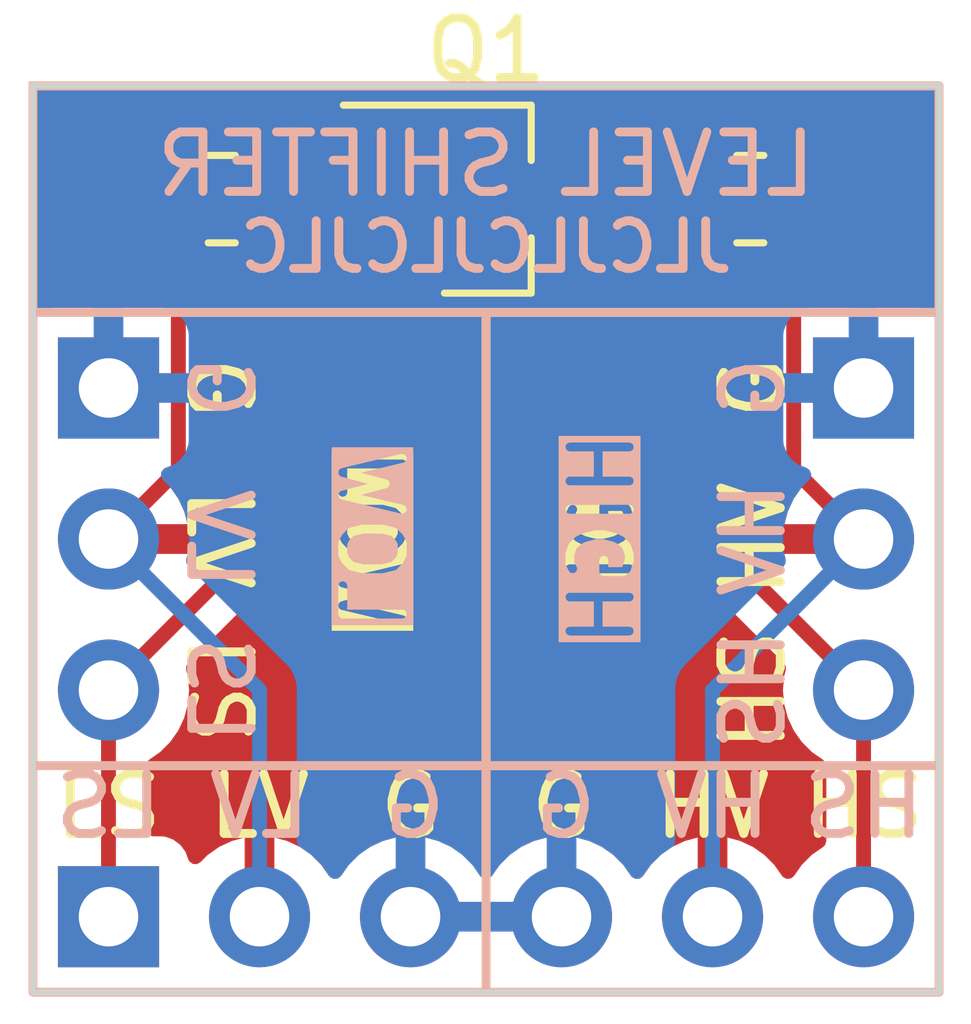
<source format=kicad_pcb>
(kicad_pcb (version 20221018) (generator pcbnew)
  (layers (0 "F.Cu" signal) (31 "B.Cu" signal) (34 "B.Paste" user) (35 "F.Paste" user) (36 "B.SilkS" user "B.Silkscreen") (37 "F.SilkS" user "F.Silkscreen") (38 "B.Mask" user) (39 "F.Mask" user) (44 "Edge.Cuts" user))
  (net 0 "")
  (net 1 "LV")
  (net 2 "LS")
  (net 3 "HS")
  (net 4 "HV")
  (net 5 "G")
  (footprint "Resistor_SMD:R_0805_2012Metric_Pad1.20x1.40mm_HandSolder" (layer "F.Cu") (at 104.775 65.405)
    (fp_text reference "R1" hide)
    (fp_text value "10K" hide)
    (fp_line (start -0.227064 -0.735) (end 0.227064 -0.735) (stroke (width 0.12)) (layer "F.SilkS"))
    (fp_line (start -0.227064 0.735) (end 0.227064 0.735) (stroke (width 0.12)) (layer "F.SilkS"))
    (pad "1" smd roundrect (at -1 0) (size 1.2 1.4) (layers "F.Cu" "F.Paste" "F.Mask") (roundrect_rratio 0.208333) (net 1 "LV"))
    (pad "2" smd roundrect (at 1 0) (size 1.2 1.4) (layers "F.Cu" "F.Paste" "F.Mask") (roundrect_rratio 0.208333) (net 2 "LS"))
  )
  (footprint "Custom:PinHeader_1x06_P2.54mm_Vertical_no_silk" (layer "F.Cu") (at 102.87 77.47 90)
    (fp_text reference "J4" hide)
    (fp_text value "Conn_01x06" hide)
    (pad "1" thru_hole rect (at 0 0 90) (size 1.7 1.7) (drill 1) (layers "*.Cu" "*.Mask") (net 2 "LS"))
    (pad "2" thru_hole oval (at 0 2.54 90) (size 1.7 1.7) (drill 1) (layers "*.Cu" "*.Mask") (net 1 "LV"))
    (pad "3" thru_hole oval (at 0 5.08 90) (size 1.7 1.7) (drill 1) (layers "*.Cu" "*.Mask") (net 5 "G"))
    (pad "4" thru_hole oval (at 0 7.62 90) (size 1.7 1.7) (drill 1) (layers "*.Cu" "*.Mask") (net 5 "G"))
    (pad "5" thru_hole oval (at 0 10.16 90) (size 1.7 1.7) (drill 1) (layers "*.Cu" "*.Mask") (net 4 "HV"))
    (pad "6" thru_hole oval (at 0 12.7 90) (size 1.7 1.7) (drill 1) (layers "*.Cu" "*.Mask") (net 3 "HS"))
  )
  (footprint "Package_TO_SOT_SMD:SOT-23_Handsoldering" (layer "F.Cu") (at 109.22 65.405)
    (fp_text reference "Q1" (at 0 -2.5) (layer "F.SilkS"))
    (fp_text value "BSS138")
    (fp_line (start 0.76 -1.58) (end -2.4 -1.58) (stroke (width 0.12)) (layer "F.SilkS"))
    (fp_line (start 0.76 -1.58) (end 0.76 -0.65) (stroke (width 0.12)) (layer "F.SilkS"))
    (fp_line (start 0.76 1.58) (end -0.7 1.58) (stroke (width 0.12)) (layer "F.SilkS"))
    (fp_line (start 0.76 1.58) (end 0.76 0.65) (stroke (width 0.12)) (layer "F.SilkS"))
    (pad "1" smd rect (at -1.5 -0.95) (size 1.9 0.8) (layers "F.Cu" "F.Paste" "F.Mask") (net 1 "LV"))
    (pad "2" smd rect (at -1.5 0.95) (size 1.9 0.8) (layers "F.Cu" "F.Paste" "F.Mask") (net 2 "LS"))
    (pad "3" smd rect (at 1.5 0) (size 1.9 0.8) (layers "F.Cu" "F.Paste" "F.Mask") (net 3 "HS"))
  )
  (footprint "Resistor_SMD:R_0805_2012Metric_Pad1.20x1.40mm_HandSolder" (layer "F.Cu") (at 113.665 65.405 180)
    (fp_text reference "R2" hide)
    (fp_text value "10K" hide)
    (fp_line (start -0.227064 -0.735) (end 0.227064 -0.735) (stroke (width 0.12)) (layer "F.SilkS"))
    (fp_line (start -0.227064 0.735) (end 0.227064 0.735) (stroke (width 0.12)) (layer "F.SilkS"))
    (pad "1" smd roundrect (at -1 0 180) (size 1.2 1.4) (layers "F.Cu" "F.Paste" "F.Mask") (roundrect_rratio 0.208333) (net 4 "HV"))
    (pad "2" smd roundrect (at 1 0 180) (size 1.2 1.4) (layers "F.Cu" "F.Paste" "F.Mask") (roundrect_rratio 0.208333) (net 3 "HS"))
  )
  (footprint "Custom:PinHeader_1x03_P2.54mm_Vertical_no_silk" (layer "F.Cu") (at 115.57 68.58)
    (fp_text reference "J2" hide)
    (fp_text value "Conn_01x03" hide)
    (pad "1" thru_hole rect (at 0 0) (size 1.7 1.7) (drill 1) (layers "*.Cu" "*.Mask") (net 5 "G"))
    (pad "2" thru_hole oval (at 0 2.54) (size 1.7 1.7) (drill 1) (layers "*.Cu" "*.Mask") (net 4 "HV"))
    (pad "3" thru_hole oval (at 0 5.08) (size 1.7 1.7) (drill 1) (layers "*.Cu" "*.Mask") (net 3 "HS"))
  )
  (footprint "Custom:PinHeader_1x03_P2.54mm_Vertical_no_silk" (layer "F.Cu") (at 102.87 68.58)
    (fp_text reference "J1" hide)
    (fp_text value "Conn_01x03" hide)
    (pad "1" thru_hole rect (at 0 0) (size 1.7 1.7) (drill 1) (layers "*.Cu" "*.Mask") (net 5 "G"))
    (pad "2" thru_hole oval (at 0 2.54) (size 1.7 1.7) (drill 1) (layers "*.Cu" "*.Mask") (net 1 "LV"))
    (pad "3" thru_hole oval (at 0 5.08) (size 1.7 1.7) (drill 1) (layers "*.Cu" "*.Mask") (net 2 "LS"))
  )
  (gr_line (start 101.6 74.93) (end 116.84 74.93) (stroke (width 0.15)) (layer "B.SilkS"))
  (gr_line (start 101.6 67.31) (end 116.84 67.31) (stroke (width 0.15)) (layer "B.SilkS"))
  (gr_rect (start 101.6 63.5) (end 116.84 78.74) (stroke (width 0.15)) (fill none) (layer "B.SilkS"))
  (gr_line (start 109.22 67.31) (end 109.22 78.74) (stroke (width 0.15)) (layer "B.SilkS"))
  (gr_line (start 109.22 67.31) (end 109.22 78.74) (stroke (width 0.15)) (layer "F.SilkS"))
  (gr_rect (start 101.6 63.5) (end 116.84 78.74) (stroke (width 0.15)) (fill none) (layer "F.SilkS"))
  (gr_line (start 101.6 74.93) (end 116.84 74.93) (stroke (width 0.15)) (layer "F.SilkS"))
  (gr_line (start 101.6 67.31) (end 116.84 67.31) (stroke (width 0.15)) (layer "F.SilkS"))
  (gr_rect (start 101.6 63.5) (end 116.84 78.74) (stroke (width 0.1)) (fill none) (layer "Edge.Cuts"))
  (gr_text "G" (at 104.14 68.58 270) (layer "B.SilkS") (effects (font (size 1 1)) (justify bottom mirror)))
  (gr_text "G" (at 114.3 68.58 90) (layer "B.SilkS") (effects (font (size 1 1)) (justify bottom mirror)))
  (gr_text "HV" (at 114.3 71.12 90) (layer "B.SilkS") (effects (font (size 1 1)) (justify bottom mirror)))
  (gr_text "LV" (at 105.41 76.2) (layer "B.SilkS") (effects (font (size 1 1)) (justify bottom mirror)))
  (gr_text "LV" (at 104.14 71.12 -90) (layer "B.SilkS") (effects (font (size 1 1)) (justify bottom mirror)))
  (gr_text "LS" (at 104.14 73.66 -90) (layer "B.SilkS") (effects (font (size 1 1)) (justify bottom mirror)))
  (gr_text "HV" (at 113.03 76.2) (layer "B.SilkS") (effects (font (size 1 1)) (justify bottom mirror)))
  (gr_text "LOW" (at 106.68 71.12 -90) (layer "B.SilkS" knockout) (effects (font (size 1 1)) (justify bottom mirror)))
  (gr_text "JLCJLCJLCJLC" (at 109.22 66.675) (layer "B.SilkS") (effects (font (size 0.8 0.8)) (justify bottom mirror)))
  (gr_text "LEVEL SHIFTER" (at 109.22 65.405) (layer "B.SilkS") (effects (font (size 1 1)) (justify bottom mirror)))
  (gr_text "HS" (at 115.57 76.2) (layer "B.SilkS") (effects (font (size 1 1)) (justify bottom mirror)))
  (gr_text "LS" (at 102.87 76.2) (layer "B.SilkS") (effects (font (size 1 1)) (justify bottom mirror)))
  (gr_text "G" (at 110.561428 76.2) (layer "B.SilkS") (effects (font (size 1 1)) (justify bottom mirror)))
  (gr_text "G" (at 108.021428 76.2) (layer "B.SilkS") (effects (font (size 1 1)) (justify bottom mirror)))
  (gr_text "HS" (at 114.3 73.66 90) (layer "B.SilkS") (effects (font (size 1 1)) (justify bottom mirror)))
  (gr_text "HIGH" (at 111.76 71.12 90) (layer "B.SilkS" knockout) (effects (font (size 1 1)) (justify bottom mirror)))
  (gr_text "G" (at 110.49 76.2) (layer "F.SilkS") (effects (font (size 1 1)) (justify bottom)))
  (gr_text "HS" (at 114.3 73.66 90) (layer "F.SilkS") (effects (font (size 1 1)) (justify bottom)))
  (gr_text "HS" (at 115.57 76.2) (layer "F.SilkS") (effects (font (size 1 1)) (justify bottom)))
  (gr_text "LOW" (at 106.68 71.12 -90) (layer "F.SilkS" knockout) (effects (font (size 1 1)) (justify bottom)))
  (gr_text "G" (at 107.95 76.2) (layer "F.SilkS") (effects (font (size 1 1)) (justify bottom)))
  (gr_text "G" (at 114.3 68.58 90) (layer "F.SilkS") (effects (font (size 1 1)) (justify bottom)))
  (gr_text "HV" (at 113.03 76.2) (layer "F.SilkS") (effects (font (size 1 1)) (justify bottom)))
  (gr_text "LV" (at 105.41 76.2) (layer "F.SilkS") (effects (font (size 1 1)) (justify bottom)))
  (gr_text "HV" (at 114.3 71.12 90) (layer "F.SilkS") (effects (font (size 1 1)) (justify bottom)))
  (gr_text "LV" (at 104.14 71.12 270) (layer "F.SilkS") (effects (font (size 1 1)) (justify bottom)))
  (gr_text "HIGH" (at 111.76 71.12 90) (layer "F.SilkS" knockout) (effects (font (size 1 1)) (justify bottom)))
  (gr_text "LS" (at 104.14 73.66 270) (layer "F.SilkS") (effects (font (size 1 1)) (justify bottom)))
  (gr_text "LS" (at 102.87 76.2) (layer "F.SilkS") (effects (font (size 1 1)) (justify bottom)))
  (gr_text "G" (at 104.14 68.58 270) (layer "F.SilkS") (effects (font (size 1 1)) (justify bottom)))
  (segment (start 104.045 69.945) (end 104.045 65.675) (width 0.25) (layer "F.Cu") (net 1))
  (segment (start 104.045 65.675) (end 103.775 65.405) (width 0.25) (layer "F.Cu") (net 1))
  (segment (start 102.87 71.12) (end 104.045 69.945) (width 0.25) (layer "F.Cu") (net 1))
  (segment (start 103.775 65.405) (end 104.8 64.38) (width 0.25) (layer "F.Cu") (net 1))
  (segment (start 107.645 64.38) (end 107.72 64.455) (width 0.25) (layer "F.Cu") (net 1))
  (segment (start 104.8 64.38) (end 107.645 64.38) (width 0.25) (layer "F.Cu") (net 1))
  (segment (start 105.41 73.66) (end 102.87 71.12) (width 0.25) (layer "B.Cu") (net 1))
  (segment (start 105.41 77.47) (end 105.41 73.66) (width 0.25) (layer "B.Cu") (net 1))
  (segment (start 102.87 73.66) (end 105.775 70.755) (width 0.25) (layer "F.Cu") (net 2))
  (segment (start 105.775 65.405) (end 106.77 65.405) (width 0.25) (layer "F.Cu") (net 2))
  (segment (start 105.775 70.755) (end 105.775 65.405) (width 0.25) (layer "F.Cu") (net 2))
  (segment (start 102.87 73.66) (end 102.87 77.47) (width 0.25) (layer "F.Cu") (net 2))
  (segment (start 106.77 65.405) (end 107.72 66.355) (width 0.25) (layer "F.Cu") (net 2))
  (segment (start 112.665 70.755) (end 112.665 65.405) (width 0.25) (layer "F.Cu") (net 3))
  (segment (start 115.57 73.66) (end 112.665 70.755) (width 0.25) (layer "F.Cu") (net 3))
  (segment (start 115.57 73.66) (end 115.57 77.47) (width 0.25) (layer "F.Cu") (net 3))
  (segment (start 112.665 65.405) (end 110.72 65.405) (width 0.25) (layer "F.Cu") (net 3))
  (segment (start 114.395 65.675) (end 114.665 65.405) (width 0.25) (layer "F.Cu") (net 4))
  (segment (start 114.395 69.945) (end 114.395 65.675) (width 0.25) (layer "F.Cu") (net 4))
  (segment (start 115.57 71.12) (end 114.395 69.945) (width 0.25) (layer "F.Cu") (net 4))
  (segment (start 113.03 73.66) (end 115.57 71.12) (width 0.25) (layer "B.Cu") (net 4))
  (segment (start 113.03 77.47) (end 113.03 73.66) (width 0.25) (layer "B.Cu") (net 4))
  (zone (net 1) (net_name "LV") (layer "F.Cu") (connect_pads (clearance 0.5)) (min_thickness 0.25) (fill yes (thermal_gap 0.5) (thermal_bridge_width 0.5))
    (polygon (pts (xy 101.6 63.5) (xy 109.22 63.5) (xy 109.22 78.74) (xy 101.6 78.74)))
  )
  (zone (net 4) (net_name "HV") (layer "F.Cu") (priority 1) (connect_pads (clearance 0.5)) (min_thickness 0.25) (fill yes (thermal_gap 0.5) (thermal_bridge_width 0.5))
    (polygon (pts (xy 109.22 63.5) (xy 116.84 63.5) (xy 116.84 78.74) (xy 109.22 78.74)))
  )
  (zone (net 5) (net_name "G") (layer "B.Cu") (priority 2) (connect_pads (clearance 0.5)) (min_thickness 0.25) (fill yes (thermal_gap 0.5) (thermal_bridge_width 0.5))
    (polygon (pts (xy 101.6 63.5) (xy 116.84 63.5) (xy 116.84 78.74) (xy 101.6 78.74)))
  )
)
</source>
